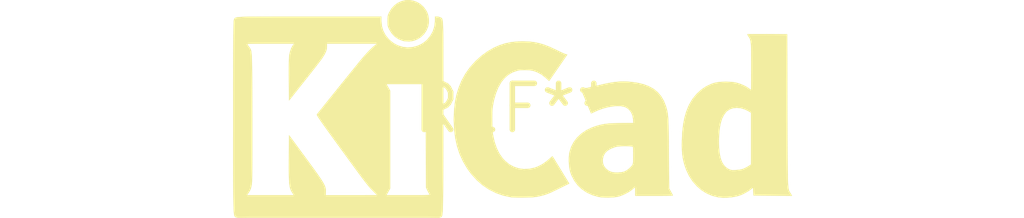
<source format=kicad_pcb>
(kicad_pcb (version 20240108) (generator pcbnew)
  (layers (0 "F.Cu" signal) (31 "B.Cu" signal) (34 "B.Paste" user) (35 "F.Paste" user) (36 "B.SilkS" user "B.Silkscreen") (37 "F.SilkS" user "F.Silkscreen") (38 "B.Mask" user) (39 "F.Mask" user) (44 "Edge.Cuts" user))
  (net 0 "")
  (footprint "KiCad-Logo_6mm_SilkScreen" (layer "F.Cu") (at 0 0)
    (property "Reference" "REF**")
    (property "Value" "KiCad-Logo_6mm_SilkScreen")
    (fp_poly (pts (xy -2.726079 -2.96351) (xy -2.622973 -2.927762) (xy -2.526978 -2.871493) (xy -2.441247 -2.794712) (xy -2.36893 -2.697427) (xy -2.336445 -2.636108) (xy -2.308332 -2.55034) (xy -2.294705 -2.451323) (xy -2.296214 -2.349529) (xy -2.312969 -2.257286) (xy -2.358763 -2.144568) (xy -2.425168 -2.046793) (xy -2.508809 -1.965885) (xy -2.606312 -1.903768) (xy -2.7143 -1.862366) (xy -2.829399 -1.843603) (xy -2.948234 -1.849402) (xy -3.006811 -1.861794) (xy -3.120972 -1.906203) (xy -3.222365 -1.973967) (xy -3.308545 -2.062999) (xy -3.377066 -2.171209) (xy -3.382864 -2.183027) (xy -3.402904 -2.227372) (xy -3.415487 -2.26472) (xy -3.422319 -2.30412) (xy -3.425105 -2.354619) (xy -3.425568 -2.409567) (xy -3.424803 -2.475585) (xy -3.421352 -2.523311) (xy -3.413477 -2.561897) (xy -3.399443 -2.600494) (xy -3.38212 -2.638574) (xy -3.317505 -2.746672) (xy -3.237934 -2.834197) (xy -3.14656 -2.901159) (xy -3.046536 -2.947564) (xy -2.941012 -2.973419) (xy -2.833142 -2.978732) (xy -2.726079 -2.96351)) (layer "F.SilkS") (stroke (width 0.01)) (fill solid))
    (fp_poly (pts (xy 0.439962 -1.839501) (xy 0.588014 -1.823293) (xy 0.731452 -1.794282) (xy 0.87611 -1.750955) (xy 1.027824 -1.691799) (xy 1.192428 -1.6153) (xy 1.222071 -1.600483) (xy 1.290098 -1.566969) (xy 1.354256 -1.536792) (xy 1.408215 -1.512834) (xy 1.44564 -1.497976) (xy 1.451389 -1.496105) (xy 1.506486 -1.479598) (xy 1.259851 -1.120799) (xy 1.199552 -1.033107) (xy 1.144422 -0.952988) (xy 1.096336 -0.883164) (xy 1.057168 -0.826353) (xy 1.028794 -0.785277) (xy 1.013087 -0.762654) (xy 1.010536 -0.759072) (xy 1.000171 -0.766562) (xy 0.97466 -0.789082) (xy 0.938563 -0.822539) (xy 0.918642 -0.84145) (xy 0.805773 -0.931222) (xy 0.679014 -0.999439) (xy 0.569783 -1.036805) (xy 0.504214 -1.04854) (xy 0.422116 -1.055692) (xy 0.333144 -1.058126) (xy 0.246956 -1.055712) (xy 0.173205 -1.048317) (xy 0.143776 -1.042653) (xy 0.011133 -0.997018) (xy -0.108394 -0.927337) (xy -0.214717 -0.83374) (xy -0.307747 -0.716351) (xy -0.387395 -0.5753) (xy -0.453574 -0.410714) (xy -0.506194 -0.22272) (xy -0.537467 -0.061783) (xy -0.545626 0.009263) (xy -0.551185 0.101046) (xy -0.554198 0.206968) (xy -0.554719 0.320434) (xy -0.5528 0.434849) (xy -0.548497 0.543617) (xy -0.541863 0.640143) (xy -0.532951 0.717831) (xy -0.531021 0.729817) (xy -0.488501 0.922892) (xy -0.430567 1.093773) (xy -0.356867 1.243224) (xy -0.267049 1.372011) (xy -0.203293 1.441639) (xy -0.088714 1.536173) (xy 0.036942 1.606246) (xy 0.171557 1.651477) (xy 0.313011 1.671484) (xy 0.459183 1.665885) (xy 0.607955 1.6343) (xy 0.695911 1.603394) (xy 0.817629 1.541506) (xy 0.94308 1.452729) (xy 1.013353 1.392694) (xy 1.052811 1.357947) (xy 1.083812 1.332454) (xy 1.101458 1.32017) (xy 1.103648 1.319795) (xy 1.111524 1.332347) (xy 1.131932 1.365516) (xy 1.163132 1.416458) (xy 1.203386 1.482331) (xy 1.250957 1.560289) (xy 1.304104 1.64749) (xy 1.333687 1.696067) (xy 1.559648 2.067215) (xy 1.277527 2.206639) (xy 1.175522 2.256719) (xy 1.092889 2.29621) (xy 1.024578 2.327073) (xy 0.965537 2.351268) (xy 0.910714 2.370758) (xy 0.85506 2.387503) (xy 0.793523 2.403465) (xy 0.73454 2.417482) (xy 0.682115 2.428329) (xy 0.627288 2.436526) (xy 0.564572 2.442528) (xy 0.488477 2.44679) (xy 0.393516 2.449767) (xy 0.329513 2.451052) (xy 0.238192 2.45193) (xy 0.150627 2.451487) (xy 0.072612 2.449852) (xy 0.009942 2.447149) (xy -0.031587 2.443505) (xy -0.034048 2.443142) (xy -0.249697 2.396487) (xy -0.452207 2.325729) (xy -0.641505 2.230914) (xy -0.817521 2.112089) (xy -0.980184 1.9693) (xy -1.129422 1.802594) (xy -1.237504 1.654433) (xy -1.352566 1.460502) (xy -1.445577 1.255699) (xy -1.516987 1.038383) (xy -1.567244 0.806912) (xy -1.596799 0.559643) (xy -1.606111 0.308559) (xy -1.598452 0.06567) (xy -1.574387 -0.15843) (xy -1.533148 -0.367523) (xy -1.473973 -0.565387) (xy -1.396096 -0.755804) (xy -1.386797 -0.775532) (xy -1.284352 -0.959941) (xy -1.158528 -1.135424) (xy -1.012888 -1.29835) (xy -0.850999 -1.445086) (xy -0.676424 -1.571999) (xy -0.513756 -1.665095) (xy -0.349427 -1.738009) (xy -0.184749 -1.790826) (xy -0.013348 -1.824985) (xy 0.171153 -1.841922) (xy 0.281459 -1.84442) (xy 0.439962 -1.839501)) (layer "F.SilkS") (stroke (width 0.01)) (fill solid))
    (fp_poly (pts (xy 6.84227 -2.043175) (xy 6.959041 -2.042696) (xy 6.998729 -2.042455) (xy 7.544486 -2.038865) (xy 7.551351 0.054919) (xy 7.552258 0.338842) (xy 7.553062 0.59664) (xy 7.553815 0.829646) (xy 7.554569 1.039194) (xy 7.555375 1.226618) (xy 7.556285 1.39325) (xy 7.557351 1.540425) (xy 7.558624 1.669477) (xy 7.560156 1.781739) (xy 7.561998 1.878544) (xy 7.564203 1.961226) (xy 7.566822 2.031119) (xy 7.569906 2.089557) (xy 7.573508 2.137872) (xy 7.577678 2.1774) (xy 7.582469 2.209473) (xy 7.587931 2.235424) (xy 7.594118 2.256589) (xy 7.60108 2.274299) (xy 7.608869 2.289889) (xy 7.617537 2.304693) (xy 7.627135 2.320044) (xy 7.637715 2.337276) (xy 7.639884 2.340946) (xy 7.676268 2.403031) (xy 7.150431 2.399434) (xy 6.624594 2.395838) (xy 6.617729 2.280331) (xy 6.613992 2.224899) (xy 6.610097 2.192851) (xy 6.604811 2.180135) (xy 6.596903 2.182696) (xy 6.59027 2.190024) (xy 6.561374 2.216714) (xy 6.514279 2.251021) (xy 6.45562 2.288846) (xy 6.392031 2.32609) (xy 6.330149 2.358653) (xy 6.282634 2.380077) (xy 6.171316 2.415283) (xy 6.043596 2.440222) (xy 5.908901 2.453941) (xy 5.776663 2.455486) (xy 5.656308 2.443906) (xy 5.654326 2.443574) (xy 5.489641 2.40225) (xy 5.335479 2.336412) (xy 5.193328 2.247474) (xy 5.064675 2.136852) (xy 4.951007 2.005961) (xy 4.85381 1.856216) (xy 4.774572 1.689033) (xy 4.73143 1.56519) (xy 4.702979 1.461581) (xy 4.68188 1.361252) (xy 4.667488 1.258109) (xy 4.659158 1.146057) (xy 4.656245 1.019001) (xy 4.657535 0.915252) (xy 5.67065 0.915252) (xy 5.675444 1.089222) (xy 5.690568 1.238895) (xy 5.716485 1.365597) (xy 5.753663 1.470658) (xy 5.802565 1.555406) (xy 5.863658 1.621169) (xy 5.934177 1.667659) (xy 5.970871 1.685014) (xy 6.002696 1.695419) (xy 6.038177 1.700179) (xy 6.085841 1.700601) (xy 6.137189 1.698748) (xy 6.238169 1.689841) (xy 6.318035 1.672398) (xy 6.343135 1.663661) (xy 6.400448 1.637857) (xy 6.460897 1.605453) (xy 6.487297 1.589233) (xy 6.555946 1.544205) (xy 6.555946 0.116982) (xy 6.480432 0.071718) (xy 6.375121 0.020572) (xy 6.267525 -0.009676) (xy 6.161581 -0.019205) (xy 6.061224 -0.008193) (xy 5.970387 0.023181) (xy 5.893007 0.07474) (xy 5.868039 0.099488) (xy 5.807856 0.180577) (xy 5.759145 0.278734) (xy 5.721499 0.395643) (xy 5.694512 0.532985) (xy 5.677775 0.692444) (xy 5.670883 0.8757) (xy 5.67065 0.915252) (xy 4.657535 0.915252) (xy 4.658073 0.872067) (xy 4.669647 0.646053) (xy 4.69292 0.442192) (xy 4.728504 0.257513) (xy 4.777013 0.089048) (xy 4.83906 -0.066174) (xy 4.861201 -0.112192) (xy 4.950385 -0.262261) (xy 5.058159 -0.395623) (xy 5.18199 -0.510123) (xy 5.319342 -0.603611) (xy 5.467683 -0.673932) (xy 5.556604 -0.70294) (xy 5.643933 -0.72016) (xy 5.749011 -0.730406) (xy 5.863029 -0.733682) (xy 5.977177 -0.729991) (xy 6.082648 -0.71934) (xy 6.167334 -0.70263) (xy 6.268128 -0.66986) (xy 6.365822 -0.627721) (xy 6.451296 -0.580481) (xy 6.496789 -0.548419) (xy 6.528169 -0.524578) (xy 6.550142 -0.510061) (xy 6.555141 -0.508) (xy 6.55669 -0.521282) (xy 6.558135 -0.559337) (xy 6.559443 -0.619481) (xy 6.560583 -0.699027) (xy 6.561521 -0.795289) (xy 6.562226 -0.905581) (xy 6.562667 -1.027219) (xy 6.562811 -1.151115) (xy 6.56273 -1.309804) (xy 6.562335 -1.443592) (xy 6.561395 -1.55504) (xy 6.55968 -1.646705) (xy 6.556957 -1.721147) (xy 6.552997 -1.780925) (xy 6.547569 -1.828598) (xy 6.540441 -1.866726) (xy 6.531384 -1.897866) (xy 6.520167 -1.924579) (xy 6.506558 -1.949423) (xy 6.490328 -1.974957) (xy 6.48824 -1.978119) (xy 6.467306 -2.01119) (xy 6.454667 -2.033931) (xy 6.452973 -2.038728) (xy 6.466216 -2.040241) (xy 6.504002 -2.041472) (xy 6.563416 -2.042401) (xy 6.641542 -2.043008) (xy 6.735465 -2.043273) (xy 6.84227 -2.043175)) (layer "F.SilkS") (stroke (width 0.01)) (fill solid))
    (fp_poly (pts (xy 3.167505 -0.735771) (xy 3.235531 -0.730622) (xy 3.430163 -0.704727) (xy 3.602529 -0.663425) (xy 3.75347 -0.606147) (xy 3.883825 -0.532326) (xy 3.994434 -0.441392) (xy 4.086135 -0.332778) (xy 4.15977 -0.205915) (xy 4.213539 -0.068648) (xy 4.227187 -0.024863) (xy 4.239073 0.016141) (xy 4.249334 0.056569) (xy 4.258113 0.09863) (xy 4.265548 0.144531) (xy 4.27178 0.19648) (xy 4.27695 0.256685) (xy 4.281196 0.327352) (xy 4.28466 0.410689) (xy 4.287481 0.508905) (xy 4.2898 0.624205) (xy 4.291757 0.758799) (xy 4.293491 0.914893) (xy 4.295143 1.094695) (xy 4.296324 1.235676) (xy 4.30427 2.203622) (xy 4.355756 2.29677) (xy 4.380137 2.341645) (xy 4.39828 2.376501) (xy 4.406935 2.395054) (xy 4.407243 2.396311) (xy 4.394014 2.397749) (xy 4.356326 2.399074) (xy 4.297183 2.400249) (xy 4.219586 2.401237) (xy 4.126536 2.401999) (xy 4.021035 2.4025) (xy 3.906084 2.402701) (xy 3.892378 2.402703) (xy 3.377513 2.402703) (xy 3.377513 2.286) (xy 3.376635 2.23326) (xy 3.374292 2.192926) (xy 3.370921 2.1713) (xy 3.369431 2.169298) (xy 3.355804 2.177683) (xy 3.327757 2.199692) (xy 3.291303 2.230601) (xy 3.290485 2.231316) (xy 3.223962 2.280843) (xy 3.139948 2.330575) (xy 3.047937 2.375626) (xy 2.957421 2.41111) (xy 2.917567 2.423236) (xy 2.838255 2.438637) (xy 2.740935 2.448465) (xy 2.634516 2.45258) (xy 2.527907 2.450841) (xy 2.430017 2.443108) (xy 2.361513 2.431981) (xy 2.19352 2.382648) (xy 2.042281 2.312342) (xy 1.908782 2.221933) (xy 1.794006 2.112295) (xy 1.698937 1.984299) (xy 1.62456 1.838818) (xy 1.592474 1.750541) (xy 1.572365 1.664739) (xy 1.559038 1.561736) (xy 1.552872 1.451034) (xy 1.553074 1.434925) (xy 2.481648 1.434925) (xy 2.489348 1.517184) (xy 2.514989 1.585546) (xy 2.562378 1.64897) (xy 2.580579 1.667567) (xy 2.645282 1.717846) (xy 2.720066 1.750056) (xy 2.809662 1.765648) (xy 2.904012 1.766796) (xy 2.993501 1.759216) (xy 3.062018 1.744389) (xy 3.091775 1.733253) (xy 3.145408 1.702904) (xy 3.202235 1.660221) (xy 3.254082 1.612317) (xy 3.292778 1.566301) (xy 3.303054 1.549421) (xy 3.311042 1.525782) (xy 3.316721 1.488168) (xy 3.320356 1.432985) (xy 3.322211 1.35664) (xy 3.322594 1.283981) (xy 3.322335 1.19927) (xy 3.321287 1.138018) (xy 3.319045 1.096227) (xy 3.315206 1.069899) (xy 3.309365 1.055035) (xy 3.301118 1.047639) (xy 3.298567 1.046461) (xy 3.2764 1.042833) (xy 3.23268 1.039866) (xy 3.173311 1.037827) (xy 3.104196 1.036983) (xy 3.089189 1.036982) (xy 2.996805 1.038457) (xy 2.925432 1.042842) (xy 2.868719 1.050738) (xy 2.821872 1.06227) (xy 2.705669 1.106215) (xy 2.614543 1.160243) (xy 2.547705 1.225219) (xy 2.504365 1.302005) (xy 2.483734 1.391467) (xy 2.481648 1.434925) (xy 1.553074 1.434925) (xy 1.554244 1.342133) (xy 1.563532 1.244536) (xy 1.570777 1.205105) (xy 1.617039 1.058701) (xy 1.687384 0.923995) (xy 1.780484 0.80228) (xy 1.895012 0.694847) (xy 2.02964 0.602988) (xy 2.18304 0.527996) (xy 2.313459 0.482458) (xy 2.400623 0.458533) (xy 2.483996 0.439943) (xy 2.568976 0.426084) (xy 2.660965 0.416351) (xy 2.765362 0.410141) (xy 2.887568 0.406851) (xy 2.998055 0.405924) (xy 3.325677 0.405027) (xy 3.319401 0.306547) (xy 3.301579 0.199695) (xy 3.263667 0.107852) (xy 3.20728 0.03331) (xy 3.134031 -0.021636) (xy 3.069535 -0.048448) (xy 2.977123 -0.065346) (xy 2.867111 -0.067773) (xy 2.744656 -0.056622) (xy 2.614914 -0.03279) (xy 2.483042 0.00283) (xy 2.354198 0.049343) (xy 2.260566 0.091883) (xy 2.215517 0.113728) (xy 2.181156 0.128984) (xy 2.163681 0.134937) (xy 2.162733 0.134746) (xy 2.156703 0.121412) (xy 2.141645 0.086068) (xy 2.118977 0.032101) (xy 2.090115 -0.037104) (xy 2.056477 -0.11816) (xy 2.022284 -0.200882) (xy 1.885586 -0.532197) (xy 1.98282 -0.548167) (xy 2.024964 -0.55618) (xy 2.088319 -0.569639) (xy 2.167457 -0.587321) (xy 2.256951 -0.608004) (xy 2.351373 -0.630468) (xy 2.388973 -0.639597) (xy 2.551637 -0.677326) (xy 2.69405 -0.705612) (xy 2.821527 -0.725028) (xy 2.939384 -0.736146) (xy 3.052938 -0.739536) (xy 3.167505 -0.735771)) (layer "F.SilkS") (stroke (width 0.01)) (fill solid))
    (fp_poly (pts (xy -5.955743 -2.526311) (xy -5.69122 -2.526275) (xy -5.568088 -2.52627) (xy -3.597189 -2.52627) (xy -3.597189 -2.41009) (xy -3.584789 -2.268709) (xy -3.547364 -2.138316) (xy -3.484577 -2.018138) (xy -3.396094 -1.907398) (xy -3.366157 -1.877489) (xy -3.258466 -1.792652) (xy -3.139725 -1.730779) (xy -3.01346 -1.691841) (xy -2.883197 -1.67581) (xy -2.752465 -1.682658) (xy -2.624788 -1.712357) (xy -2.503695 -1.76488) (xy -2.392712 -1.840197) (xy -2.342868 -1.885637) (xy -2.249983 -1.997048) (xy -2.181873 -2.119565) (xy -2.139129 -2.251785) (xy -2.122347 -2.392308) (xy -2.122124 -2.406133) (xy -2.121244 -2.526266) (xy -2.068443 -2.526268) (xy -2.021604 -2.519911) (xy -1.978817 -2.504444) (xy -1.975989 -2.502846) (xy -1.966325 -2.497832) (xy -1.957451 -2.493927) (xy -1.949335 -2.489993) (xy -1.941943 -2.484894) (xy -1.935245 -2.477492) (xy -1.929208 -2.466649) (xy -1.923801 -2.451228) (xy -1.91899 -2.430091) (xy -1.914745 -2.402101) (xy -1.911032 -2.366121) (xy -1.907821 -2.321013) (xy -1.905078 -2.26564) (xy -1.902772 -2.198863) (xy -1.900871 -2.119547) (xy -1.899342 -2.026553) (xy -1.898154 -1.918743) (xy -1.897274 -1.794981) (xy -1.89667 -1.654129) (xy -1.896311 -1.49505) (xy -1.896165 -1.316605) (xy -1.896198 -1.117658) (xy -1.89638 -0.897071) (xy -1.896677 -0.653707) (xy -1.897059 -0.386428) (xy -1.897492 -0.094097) (xy -1.897945 0.224424) (xy -1.897998 0.26323) (xy -1.898404 0.583782) (xy -1.898749 0.878012) (xy -1.899069 1.147056) (xy -1.8994 1.392052) (xy -1.899779 1.614137) (xy -1.900243 1.814447) (xy -1.900828 1.994119) (xy -1.90157 2.15429) (xy -1.902506 2.296098) (xy -1.903673 2.420679) (xy -1.905107 2.52917) (xy -1.906844 2.622707) (xy -1.908922 2.702429) (xy -1.911376 2.769472) (xy -1.914244 2.824973) (xy -1.917561 2.870068) (xy -1.921364 2.905895) (xy -1.92569 2.933591) (xy -1.930575 2.954293) (xy -1.936055 2.969137) (xy -1.942168 2.97926) (xy -1.94895 2.9858) (xy -1.956437 2.989893) (xy -1.964666 2.992676) (xy -1.973673 2.995287) (xy -1.983495 2.998862) (xy -1.985894 2.99995) (xy -1.993435 3.002396) (xy -2.006056 3.004642) (xy -2.024859 3.006698) (xy -2.050947 3.008572) (xy -2.085422 3.010271) (xy -2.129385 3.011803) (xy -2.183939 3.013177) (xy -2.250185 3.0144) (xy -2.329226 3.015481) (xy -2.422163 3.016427) (xy -2.530099 3.017247) (xy -2.654136 3.017947) (xy -2.795376 3.018538) (xy -2.954921 3.019025) (xy -3.133872 3.019419) (xy -3.333332 3.019725) (xy -3.554404 3.019953) (xy -3.798188 3.02011) (xy -4.065787 3.020205) (xy -4.358303 3.020245) (xy -4.676839 3.020238) (xy -4.780021 3.020228) (xy -5.105623 3.020176) (xy -5.404881 3.020091) (xy -5.678909 3.019963) (xy -5.928824 3.019785) (xy -6.15574 3.019548) (xy -6.360773 3.019242) (xy -6.545038 3.01886) (xy -6.70965 3.018392) (xy -6.855725 3.01783) (xy -6.984376 3.017165) (xy -7.096721 3.016388) (xy -7.193874 3.015491) (xy -7.27695 3.014465) (xy -7.347064 3.013301) (xy -7.405332 3.011991) (xy -7.452869 3.010525) (xy -7.49079 3.008896) (xy -7.52021 3.007093) (xy -7.542245 3.00511) (xy -7.55801 3.002936) (xy -7.56862 3.000563) (xy -7.574404 2.998391) (xy -7.584684 2.994056) (xy -7.594122 2.990859) (xy -7.602755 2.987665) (xy -7.610619 2.983338) (xy -7.617748 2.976744) (xy -7.624179 2.966747) (xy -7.629947 2.952212) (xy -7.635089 2.932003) (xy -7.63964 2.904985) (xy -7.643635 2.870023) (xy -7.647111 2.825981) (xy -7.650102 2.771724) (xy -7.652646 2.706117) (xy -7.654777 2.628024) (xy -7.656532 2.53631) (xy -7.657945 2.42984) (xy -7.658315 2.388973) (xy -7.291884 2.388973) (xy -5.996734 2.388973) (xy -6.021655 2.351217) (xy -6.046447 2.312417) (xy -6.06744 2.275469) (xy -6.084935 2.237788) (xy -6.09923 2.196788) (xy -6.110623 2.149883) (xy -6.119413 2.094487) (xy -6.125898 2.028016) (xy -6.130377 1.947883) (xy -6.13315 1.851502) (xy -6.134513 1.736289) (xy -6.134767 1.599657) (xy -6.134209 1.43902) (xy -6.133893 1.379382) (xy -6.130325 0.740041) (xy -5.725298 1.291449) (xy -5.610554 1.447876) (xy -5.511143 1.584088) (xy -5.42599 1.70189) (xy -5.354022 1.803084) (xy -5.294166 1.889477) (xy -5.245348 1.962874) (xy -5.206495 2.025077) (xy -5.176534 2.077893) (xy -5.154391 2.123125) (xy -5.138993 2.162578) (xy -5.129266 2.198058) (xy -5.124137 2.231368) (xy -5.122532 2.264313) (xy -5.123379 2.298697) (xy -5.123595 2.303019) (xy -5.128054 2.389031) (xy -3.708692 2.388973) (xy -3.814265 2.282522) (xy -3.842913 2.253406) (xy -3.87009 2.225076) (xy -3.896989 2.195968) (xy -3.924803 2.16452) (xy -3.954725 2.129169) (xy -3.987946 2.088354) (xy -4.025661 2.040511) (xy -4.06906 1.984079) (xy -4.119338 1.917494) (xy -4.177688 1.839195) (xy -4.2453 1.747619) (xy -4.323369 1.641204) (xy -4.413088 1.518387) (xy -4.515648 1.377605) (xy -4.632242 1.217297) (xy -4.727809 1.085798) (xy -4.847749 0.920596) (xy -4.95238 0.776152) (xy -5.042648 0.651094) (xy -5.119503 0.544052) (xy -5.183891 0.453654) (xy -5.236761 0.378529) (xy -5.27906 0.317304) (xy -5.311736 0.26861) (xy -5.335738 0.231074) (xy -5.352013 0.203325) (xy -5.361508 0.183992) (xy -5.365173 0.171703) (xy -5.364071 0.165242) (xy -5.350724 0.148048) (xy -5.321866 0.111655) (xy -5.27924 0.058224) (xy -5.224585 -0.010081) (xy -5.159644 -0.091097) (xy -5.086158 -0.18266) (xy -5.005868 -0.282608) (xy -4.920515 -0.388776) (xy -4.83184 -0.499003) (xy -4.741586 -0.611124) (xy -4.691944 -0.672756) (xy -3.459373 -0.672756) (xy -3.408146 -0.580081) (xy -3.356919 -0.487405) (xy -3.356919 2.203622) (xy -3.408146 2.296298) (xy -3.459373 2.388973) (xy -2.853396 2.388973) (xy -2.708734 2.388931) (xy -2.589244 2.388741) (xy -2.492642 2.388308) (xy -2.416642 2.387536) (xy -2.358957 2.38633) (xy -2.317301 2.384594) (xy -2.289389 2.382232) (xy -2.272935 2.37915) (xy -2.265652 2.375251) (xy -2.265255 2.37044) (xy -2.269458 2.364622) (xy -2.269501 2.364574) (xy -2.286813 2.339532) (xy -2.309736 2.298815) (xy -2.329981 2.258168) (xy -2.368379 2.176162) (xy -2.376211 -0.672756) (xy -3.459373 -0.672756) (xy -4.691944 -0.672756) (xy -4.651493 -0.722976) (xy -4.563302 -0.832396) (xy -4.478754 -0.937222) (xy -4.399592 -1.035289) (xy -4.327556 -1.124434) (xy -4.264387 -1.202495) (xy -4.211827 -1.267308) (xy -4.171617 -1.31671) (xy -4.148 -1.345513) (xy -4.05629 -1.453222) (xy -3.96806 -1.55042) (xy -3.886403 -1.633924) (xy -3.81441 -1.700552) (xy -3.763319 -1.741401) (xy -3.702907 -1.784865) (xy -5.092298 -1.784865) (xy -5.091908 -1.703334) (xy -5.095791 -1.643394) (xy -5.11039 -1.587823) (xy -5.132988 -1.535145) (xy -5.147678 -1.505385) (xy -5.163472 -1.475897) (xy -5.181814 -1.444724) (xy -5.204145 -1.409907) (xy -5.231909 -1.36949) (xy -5.266549 -1.321514) (xy -5.309507 -1.264022) (xy -5.362227 -1.195057) (xy -5.426151 -1.112661) (xy -5.502721 -1.014876) (xy -5.593381 -0.899745) (xy -5.699574 -0.76531) (xy -5.711568 -0.750141) (xy -6.130325 -0.220588) (xy -6.134378 -0.807078) (xy -6.135195 -0.982749) (xy -6.135021 -1.131468) (xy -6.133849 -1.253725) (xy -6.131669 -1.350011) (xy -6.128474 -1.420817) (xy -6.124256 -1.466631) (xy -6.122838 -1.475321) (xy -6.100591 -1.566865) (xy -6.071443 -1.649392) (xy -6.038182 -1.715747) (xy -6.0182 -1.74389) (xy -5.983722 -1.784865) (xy -6.637914 -1.784865) (xy -6.793969 -1.784731) (xy -6.924467 -1.784297) (xy -7.03131 -1.783511) (xy -7.116398 -1.782324) (xy -7.181635 -1.780683) (xy -7.228921 -1.778539) (xy -7.260157 -1.775841) (xy -7.277246 -1.772538) (xy -7.282088 -1.768579) (xy -7.281753 -1.767702) (xy -7.267885 -1.746769) (xy -7.244732 -1.713588) (xy -7.232754 -1.696807) (xy -7.220369 -1.68006) (xy -7.209237 -1.665085) (xy -7.199288 -1.650406) (xy -7.190451 -1.634551) (xy -7.182657 -1.616045) (xy -7.175835 -1.593415) (xy -7.169916 -1.565187) (xy -7.164829 -1.529887) (xy -7.160504 -1.486042) (xy -7.156871 -1.432178) (xy -7.15386 -1.36682) (xy -7.151401 -1.288496) (xy -7.149423 -1.195732) (xy -7.147858 -1.087053) (xy -7.146634 -0.960987) (xy -7.145681 -0.816058) (xy -7.14493 -0.650794) (xy -7.144311 -0.463721) (xy -7.143752 -0.253365) (xy -7.143185 -0.018252) (xy -7.142655 0.197741) (xy -7.142155 0.438535) (xy -7.141895 0.668274) (xy -7.141868 0.885493) (xy -7.142067 1.088722) (xy -7.142486 1.276496) (xy -7.143118 1.447345) (xy -7.143956 1.599803) (xy -7.144992 1.732403) (xy -7.14622 1.843676) (xy -7.147633 1.932156) (xy -7.149225 1.996375) (xy -7.150987 2.034865) (xy -7.151321 2.038933) (xy -7.163466 2.132248) (xy -7.182427 2.20719) (xy -7.211302 2.272594) (xy -7.25319 2.337293) (xy -7.258429 2.344352) (xy -7.291884 2.388973) (xy -7.658315 2.388973) (xy -7.659054 2.307479) (xy -7.659893 2.16809) (xy -7.660498 2.010539) (xy -7.660905 1.833691) (xy -7.66115 1.63641) (xy -7.661267 1.41756) (xy -7.661295 1.176007) (xy -7.661267 0.910615) (xy -7.66122 0.620249) (xy -7.66119 0.303773) (xy -7.661189 0.240946) (xy -7.661172 -0.078863) (xy -7.661112 -0.372339) (xy -7.661002 -0.64061) (xy -7.660833 -0.884802) (xy -7.660597 -1.106043) (xy -7.660284 -1.30546) (xy -7.659885 -1.48418) (xy -7.659393 -1.643329) (xy -7.658797 -1.784034) (xy -7.65809 -1.907424) (xy -7.657263 -2.014624) (xy -7.656307 -2.106762) (xy -7.655213 -2.184965) (xy -7.653973 -2.250359) (xy -7.652578 -2.304072) (xy -7.651018 -2.347231) (xy -7.649286 -2.380963) (xy -7.647372 -2.406395) (xy -7.645268 -2.424653) (xy -7.642966 -2.436866) (xy -7.640455 -2.444159) (xy -7.640363 -2.444341) (xy -7.635192 -2.455482) (xy -7.630885 -2.465569) (xy -7.626121 -2.474654) (xy -7.619578 -2.482788) (xy -7.609935 -2.490024) (xy -7.595871 -2.496414) (xy -7.576063 -2.502011) (xy -7.549191 -2.506867) (xy -7.513933 -2.511034) (xy -7.468968 -2.514564) (xy -7.412974 -2.517509) (xy -7.344629 -2.519923) (xy -7.262614 -2.521856) (xy -7.165605 -2.523362) (xy -7.052282 -2.524492) (xy -6.921323 -2.525298) (xy -6.771407 -2.525834) (xy -6.601213 -2.526151) (xy -6.409418 -2.526301) (xy -6.194702 -2.526337) (xy -5.955743 -2.526311)) (layer "F.SilkS") (stroke (width 0.01)) (fill solid))
  )
)
</source>
